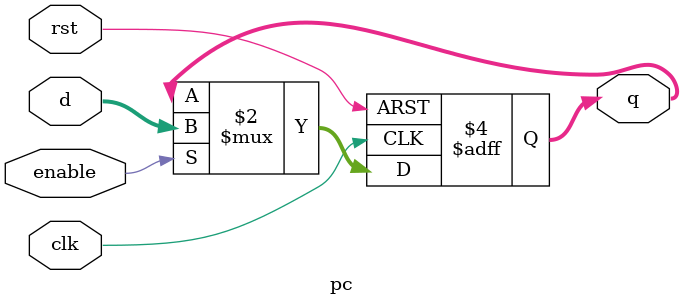
<source format=v>
`timescale 1ns / 1ps


module pc
#(
    parameter WIDTH = 32
)
(
    input wire clk,rst,enable,
    input wire [WIDTH -1 : 0] d,
    output reg [WIDTH -1 : 0] q
);
    always@(posedge clk,posedge rst) begin
        if(rst)
            q <= 32'hbfc_00000;
        else if(enable)
            q <= d;
    end
endmodule

</source>
